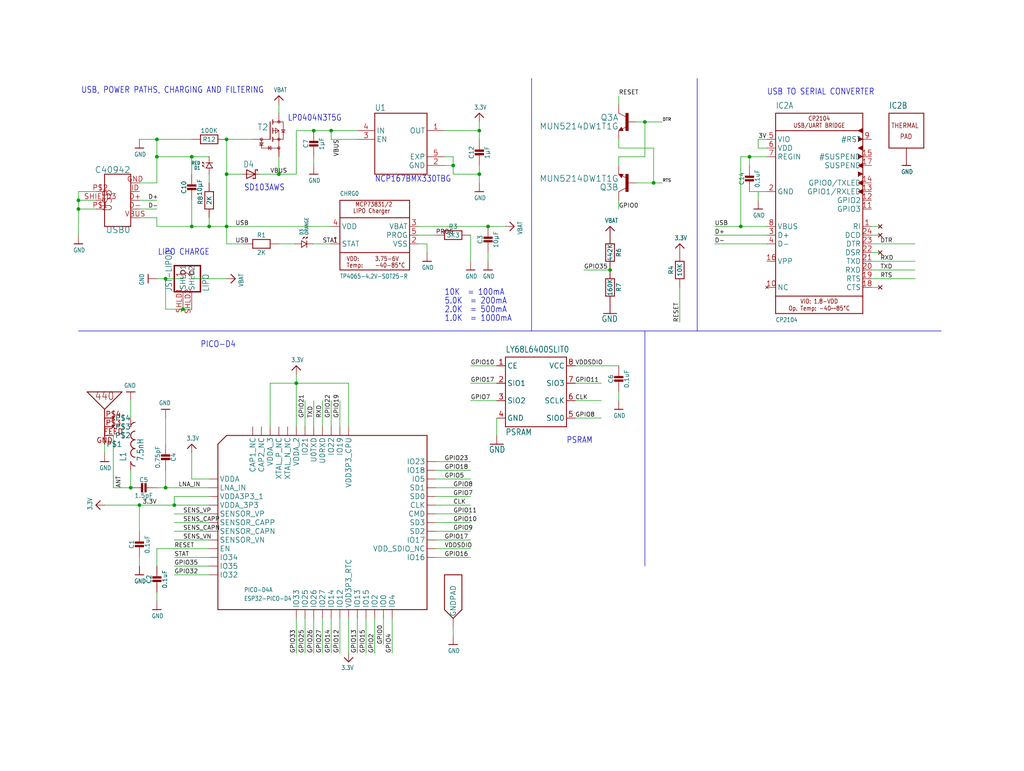
<source format=kicad_sch>
(kicad_sch (version 20250114) (generator "eeschema") (generator_version "9.0")
  (paper "User" 298.45 224.942)
  (lib_symbols
    (symbol "TinyPICO-eagle-import:3.3V" (power)
      (symbol "3.3V_1_0"
        (pin power_in line (at 0 -2.54 90) (length 2.54) (name "3.3V") (number "1"))
      )
    )
    (symbol "TinyPICO-eagle-import:BAT60J"
      (property "Reference" "D" (at -2.286 1.905 0))
      (symbol "BAT60J_1_0"
        (pin passive line (at -2.54 0 0) (length 2.54) (name "A") (number "A"))
        (pin passive line (at 2.54 0 180) (length 2.54) (name "C") (number "C"))
      )
    )
    (symbol "TinyPICO-eagle-import:CAP_CERAMIC_0402MP"
      (property "Reference" "C" (at -2.29 1.25 90))
      (symbol "CAP_CERAMIC_0402MP_1_0"
        (pin passive line (at 0 5.08 270) (length 2.54) (name "1") (number "1"))
        (pin passive line (at 0 -2.54 90) (length 2.54) (name "2") (number "2"))
      )
    )
    (symbol "TinyPICO-eagle-import:CAP_CERAMIC_0603MP"
      (property "Reference" "C" (at -2.29 1.25 90))
      (symbol "CAP_CERAMIC_0603MP_1_0"
        (pin passive line (at 0 5.08 270) (length 2.54) (name "1") (number "1"))
        (pin passive line (at 0 -2.54 90) (length 2.54) (name "2") (number "2"))
      )
    )
    (symbol "TinyPICO-eagle-import:ESP32-PICO-D4"
      (symbol "ESP32-PICO-D4_1_0"
        (pin bidirectional line (at -33.02 12.7 0) (length 2.54) (name "VDDA") (number "1"))
        (pin bidirectional line (at -33.02 10.16 0) (length 2.54) (name "LNA_IN") (number "2"))
        (pin bidirectional line (at -33.02 7.62 0) (length 2.54) (name "VDDA3P3_1") (number "3"))
        (pin bidirectional line (at -33.02 5.08 0) (length 2.54) (name "VDDA_3P3") (number "4"))
        (pin bidirectional line (at -33.02 2.54 0) (length 2.54) (name "SENSOR_VP") (number "5"))
        (pin bidirectional line (at -33.02 0 0) (length 2.54) (name "SENSOR_CAPP") (number "6"))
        (pin power_in line (at -33.02 -2.54 0) (length 2.54) (name "SENSOR_CAPN") (number "7"))
        (pin bidirectional line (at -33.02 -5.08 0) (length 2.54) (name "SENSOR_VN") (number "8"))
        (pin bidirectional line (at -33.02 -7.62 0) (length 2.54) (name "EN") (number "9"))
        (pin bidirectional line (at -33.02 -10.16 0) (length 2.54) (name "IO34") (number "10"))
        (pin bidirectional line (at -33.02 -12.7 0) (length 2.54) (name "IO35") (number "11"))
        (pin bidirectional line (at -33.02 -15.24 0) (length 2.54) (name "IO32") (number "12"))
        (pin bidirectional line (at -20.32 27.94 270) (length 2.54) (name "CAP1_NC") (number "48"))
        (pin bidirectional line (at -17.78 27.94 270) (length 2.54) (name "CAP2_NC") (number "47"))
        (pin bidirectional line (at -15.24 27.94 270) (length 2.54) (name "VDDA_3") (number "46"))
        (pin bidirectional line (at -12.7 27.94 270) (length 2.54) (name "XTAL_P_NC") (number "45"))
        (pin bidirectional line (at -10.16 27.94 270) (length 2.54) (name "XTAL_N_NC") (number "44"))
        (pin bidirectional line (at -7.62 27.94 270) (length 2.54) (name "VDDA_2") (number "43"))
        (pin bidirectional line (at -7.62 -27.94 90) (length 2.54) (name "IO33") (number "13"))
        (pin power_in line (at -5.08 27.94 270) (length 2.54) (name "IO21") (number "42"))
        (pin bidirectional line (at -5.08 -27.94 90) (length 2.54) (name "IO25") (number "14"))
        (pin bidirectional line (at -2.54 27.94 270) (length 2.54) (name "U0TXD") (number "41"))
        (pin bidirectional line (at -2.54 -27.94 90) (length 2.54) (name "IO26") (number "15"))
        (pin bidirectional line (at 0 27.94 270) (length 2.54) (name "U0RXD") (number "40"))
        (pin bidirectional line (at 0 -27.94 90) (length 2.54) (name "IO27") (number "16"))
        (pin bidirectional line (at 2.54 27.94 270) (length 2.54) (name "IO22") (number "39"))
        (pin bidirectional line (at 2.54 -27.94 90) (length 2.54) (name "IO14") (number "17"))
        (pin bidirectional line (at 5.08 27.94 270) (length 2.54) (name "IO19") (number "38"))
        (pin power_in line (at 5.08 -27.94 90) (length 2.54) (name "IO12") (number "18"))
        (pin bidirectional line (at 7.62 27.94 270) (length 2.54) (name "VDD3P3_CPU") (number "37"))
        (pin bidirectional line (at 7.62 -27.94 90) (length 2.54) (name "VDD3P3_RTC") (number "19"))
        (pin bidirectional line (at 10.16 -27.94 90) (length 2.54) (name "IO13") (number "20"))
        (pin bidirectional line (at 12.7 -27.94 90) (length 2.54) (name "IO15") (number "21"))
        (pin bidirectional line (at 15.24 -27.94 90) (length 2.54) (name "IO2") (number "22"))
        (pin bidirectional line (at 17.78 -27.94 90) (length 2.54) (name "IO0") (number "23"))
        (pin bidirectional line (at 20.32 -27.94 90) (length 2.54) (name "IO4") (number "24"))
        (pin bidirectional line (at 33.02 17.78 180) (length 2.54) (name "IO23") (number "36"))
        (pin bidirectional line (at 33.02 15.24 180) (length 2.54) (name "IO18") (number "35"))
        (pin bidirectional line (at 33.02 12.7 180) (length 2.54) (name "IO5") (number "34"))
        (pin bidirectional line (at 33.02 10.16 180) (length 2.54) (name "SD1") (number "33"))
        (pin bidirectional line (at 33.02 7.62 180) (length 2.54) (name "SD0") (number "32"))
        (pin bidirectional line (at 33.02 5.08 180) (length 2.54) (name "CLK") (number "31"))
        (pin bidirectional line (at 33.02 2.54 180) (length 2.54) (name "CMD") (number "30"))
        (pin bidirectional line (at 33.02 0 180) (length 2.54) (name "SD3") (number "29"))
        (pin bidirectional line (at 33.02 -2.54 180) (length 2.54) (name "SD2") (number "28"))
        (pin bidirectional line (at 33.02 -5.08 180) (length 2.54) (name "IO17") (number "27"))
        (pin bidirectional line (at 33.02 -7.62 180) (length 2.54) (name "VDD_SDIO_NC") (number "26"))
        (pin bidirectional line (at 33.02 -10.16 180) (length 2.54) (name "IO16") (number "25"))
      )
      (symbol "ESP32-PICO-D4_2_0"
        (pin power_in line (at 0 -2.54 90) (length 2.54) (name "GNDPAD") (number "EXP"))
      )
    )
    (symbol "TinyPICO-eagle-import:GND" (power)
      (symbol "GND_1_0"
        (pin power_in line (at 0 2.54 270) (length 2.54) (name "GND") (number "1"))
      )
    )
    (symbol "TinyPICO-eagle-import:INDUCTOR_0402_N"
      (symbol "INDUCTOR_0402_N_1_0"
        (pin passive line (at 0 7.62 270) (length 2.54) (name "1") (number "1"))
        (pin passive line (at 0 -7.62 90) (length 2.54) (name "2") (number "2"))
      )
    )
    (symbol "TinyPICO-eagle-import:JST_2PIN"
      (property "Reference" "CN" (at -6.35 5.715 0))
      (symbol "JST_2PIN_1_0"
        (pin bidirectional line (at -11.684 0 0) (length 5.08) (name "SHLD2") (number "SHLD2"))
        (pin bidirectional line (at -11.43 2.54 0) (length 5.08) (name "SHLD1") (number "SHLD1"))
        (pin passive inverted (at -2.54 2.54 0) (length 2.54) (name "1") (number "1"))
        (pin passive inverted (at -2.54 0 0) (length 2.54) (name "2") (number "2"))
      )
    )
    (symbol "TinyPICO-eagle-import:LED.0402"
      (property "Reference" "D" (at -1.27 2.54 90))
      (symbol "LED.0402_1_0"
        (pin bidirectional line (at -2.54 0 0) (length 0) (name "1") (number "P$1"))
        (pin bidirectional line (at 2.54 0 180) (length 0) (name "2") (number "P$2"))
      )
    )
    (symbol "TinyPICO-eagle-import:MBT3904DW1T1"
      (property "Reference" "Q" (at 2.54 1.27 0))
      (symbol "MBT3904DW1T1_1_0"
        (pin passive line (at -2.54 0 0) (length 2.54) (name "B") (number "5"))
        (pin passive line (at 2.54 5.08 270) (length 2.54) (name "C") (number "3"))
        (pin passive line (at 2.54 -5.08 90) (length 2.54) (name "E") (number "4"))
      )
      (symbol "MBT3904DW1T1_2_0"
        (pin passive line (at -2.54 0 0) (length 2.54) (name "B") (number "2"))
        (pin passive line (at 2.54 5.08 270) (length 2.54) (name "C") (number "6"))
        (pin passive line (at 2.54 -5.08 90) (length 2.54) (name "E") (number "1"))
      )
    )
    (symbol "TinyPICO-eagle-import:MCP73831/2"
      (property "Reference" "U" (at -10.16 11.43 0))
      (symbol "MCP73831/2_1_0"
        (text "VDD:" (at -8.255 -7.62 0) (effects (font (size 1.27 1.0795)) (justify left bottom)))
        (text "Temp:" (at -8.255 -9.525 0) (effects (font (size 1.27 1.0795)) (justify left bottom)))
        (text "LIPO Charger" (at -6.35 6.35 0) (effects (font (size 1.27 1.0795)) (justify left bottom)))
        (text "MCP73831/2" (at -5.715 8.255 0) (effects (font (size 1.27 1.0795)) (justify left bottom)))
        (text "3.75-6V" (at 0 -7.62 0) (effects (font (size 1.27 1.0795)) (justify left bottom)))
        (text "-40-85°C" (at 0 -9.525 0) (effects (font (size 1.27 1.0795)) (justify left bottom)))
        (pin power_in line (at -12.7 2.54 0) (length 2.54) (name "VDD") (number "4"))
        (pin output line (at -12.7 -2.54 0) (length 2.54) (name "STAT") (number "1"))
        (pin power_in line (at 12.7 2.54 180) (length 2.54) (name "VBAT") (number "3"))
        (pin input line (at 12.7 0 180) (length 2.54) (name "PROG") (number "5"))
        (pin power_in line (at 12.7 -2.54 180) (length 2.54) (name "VSS") (number "2"))
      )
    )
    (symbol "TinyPICO-eagle-import:MICROBUILDER_CP2104"
      (property "Reference" "U" (at -5.08 6.35 0))
      (symbol "MICROBUILDER_CP2104_1_0"
        (text "CP2104\nUSB/UART BRIDGE" (at 0 25.4 0) (effects (font (size 1.27 1.0795))))
        (text "VIO: 1.8-VDD\nOp. Temp: -40~~85°C" (at 0 -27.94 0) (effects (font (size 1.27 1.0795))))
        (pin power_in line (at -15.24 20.32 0) (length 2.54) (name "VIO") (number "5"))
        (pin power_in line (at -15.24 17.78 0) (length 2.54) (name "VDD") (number "6"))
        (pin power_in line (at -15.24 15.24 0) (length 2.54) (name "REGIN") (number "7"))
        (pin power_in line (at -15.24 5.08 0) (length 2.54) (name "GND") (number "2"))
        (pin power_in line (at -15.24 -5.08 0) (length 2.54) (name "VBUS") (number "8"))
        (pin bidirectional line (at -15.24 -7.62 0) (length 2.54) (name "D+") (number "3"))
        (pin bidirectional line (at -15.24 -10.16 0) (length 2.54) (name "D-") (number "4"))
        (pin bidirectional line (at -15.24 -15.24 0) (length 2.54) (name "VPP") (number "16"))
        (pin no_connect line (at -15.24 -22.86 0) (length 2.54) (name "NC") (number "10"))
        (pin bidirectional line (at 15.24 20.32 180) (length 2.54) (name "#RST") (number "9"))
        (pin output line (at 15.24 15.24 180) (length 2.54) (name "#SUSPEND") (number "15"))
        (pin output line (at 15.24 12.7 180) (length 2.54) (name "SUSPEND") (number "17"))
        (pin bidirectional line (at 15.24 7.62 180) (length 2.54) (name "GPIO0/TXLED") (number "14"))
        (pin bidirectional line (at 15.24 5.08 180) (length 2.54) (name "GPIO1/RXLED") (number "13"))
        (pin bidirectional line (at 15.24 2.54 180) (length 2.54) (name "GPIO2") (number "12"))
        (pin bidirectional line (at 15.24 0 180) (length 2.54) (name "GPIO3") (number "11"))
        (pin input line (at 15.24 -5.08 180) (length 2.54) (name "RI") (number "1"))
        (pin input line (at 15.24 -7.62 180) (length 2.54) (name "DCD") (number "24"))
        (pin output line (at 15.24 -10.16 180) (length 2.54) (name "DTR") (number "23"))
        (pin input line (at 15.24 -12.7 180) (length 2.54) (name "DSR") (number "22"))
        (pin output line (at 15.24 -15.24 180) (length 2.54) (name "TXD") (number "21"))
        (pin input line (at 15.24 -17.78 180) (length 2.54) (name "RXD") (number "20"))
        (pin output line (at 15.24 -20.32 180) (length 2.54) (name "RTS") (number "19"))
        (pin input line (at 15.24 -22.86 180) (length 2.54) (name "CTS") (number "18"))
      )
      (symbol "MICROBUILDER_CP2104_2_0"
        (text "THERMAL" (at -4.445 0.635 0) (effects (font (size 1.4224 1.209)) (justify left bottom)))
        (text "PAD" (at -1.905 -2.54 0) (effects (font (size 1.4224 1.209)) (justify left bottom)))
        (pin power_in line (at 0 -7.62 90) (length 2.54) (name "TP") (number "THERM"))
      )
    )
    (symbol "TinyPICO-eagle-import:NCP170AMX300TCG"
      (property "Reference" "U" (at -7.627 10.8049 0))
      (symbol "NCP170AMX300TCG_1_0"
        (pin input line (at -12.7 5.08 0) (length 5.08) (name "IN") (number "4"))
        (pin input line (at -12.7 2.54 0) (length 5.08) (name "EN") (number "3"))
        (pin output line (at 12.7 5.08 180) (length 5.08) (name "OUT") (number "1"))
        (pin power_in line (at 12.7 -2.54 180) (length 5.08) (name "EXP") (number "5"))
        (pin power_in line (at 12.7 -5.08 180) (length 5.08) (name "GND") (number "2"))
      )
    )
    (symbol "TinyPICO-eagle-import:NOCONNECTION")
    (symbol "TinyPICO-eagle-import:PRO-OB-440"
      (symbol "PRO-OB-440_1_0"
        (text "440" (at 0 0 0) (effects (font (size 2.286 1.9431)) (justify bottom)))
        (pin input line (at 0 -12.7 0) (length 0) (name "P$1") (number "GND"))
        (pin no_connect line (at 2.54 -5.08 0) (length 0) (name "P$4") (number "P$4"))
        (pin no_connect line (at 2.54 -7.62 0) (length 0) (name "P$3") (number "P$3"))
        (pin input line (at 2.54 -10.16 0) (length 0) (name "P$2") (number "FEED"))
      )
    )
    (symbol "TinyPICO-eagle-import:PSRAM"
      (property "Reference" "IC" (at -7.62 11.43 0))
      (symbol "PSRAM_1_0"
        (pin output line (at -10.16 7.62 0) (length 2.54) (name "CE") (number "1"))
        (pin power_in line (at -10.16 2.54 0) (length 2.54) (name "SIO1") (number "2"))
        (pin power_in line (at -10.16 -2.54 0) (length 2.54) (name "SIO2") (number "3"))
        (pin input line (at -10.16 -7.62 0) (length 2.54) (name "GND") (number "4"))
        (pin power_in line (at 12.7 7.62 180) (length 2.54) (name "VCC") (number "8"))
        (pin output line (at 12.7 2.54 180) (length 2.54) (name "SIO3") (number "7"))
        (pin passive line (at 12.7 -2.54 180) (length 2.54) (name "SCLK") (number "6"))
        (pin input line (at 12.7 -7.62 180) (length 2.54) (name "SIO0") (number "5"))
      )
    )
    (symbol "TinyPICO-eagle-import:RESISTOR_0402MP"
      (property "Reference" "R" (at -2.54 2.032 0))
      (symbol "RESISTOR_0402MP_1_0"
        (pin passive line (at -5.08 0 0) (length 2.54) (name "1") (number "1"))
        (pin passive line (at 5.08 0 180) (length 2.54) (name "2") (number "2"))
      )
    )
    (symbol "TinyPICO-eagle-import:TINYPICO-P-FETMB"
      (property "Reference" "T" (at -13.97 5.08 0))
      (symbol "TINYPICO-P-FETMB_1_0"
        (pin passive line (at -7.62 0 0) (length 2.54) (name "G") (number "1"))
        (pin passive line (at 0 7.62 270) (length 2.54) (name "D") (number "3"))
        (pin passive line (at 0 -5.08 90) (length 2.54) (name "S") (number "2"))
      )
    )
    (symbol "TinyPICO-eagle-import:TINYPICO_USB_FEMALE-SMT"
      (property "Reference" "J" (at -2.54 7.62 0))
      (symbol "TINYPICO_USB_FEMALE-SMT_1_0"
        (text "USB" (at 2.794 -3.302 900) (effects (font (size 2.54 2.159)) (justify left bottom)))
        (pin power_in line (at -5.08 5.08 0) (length 2.54) (name "VBUS") (number "VBUS"))
        (pin bidirectional line (at -5.08 2.54 0) (length 2.54) (name "D-") (number "D-"))
        (pin bidirectional line (at -5.08 0 0) (length 2.54) (name "D+") (number "D+"))
        (pin bidirectional line (at -5.08 -2.54 0) (length 2.54) (name "ID") (number "ID"))
        (pin power_in line (at -5.08 -5.08 0) (length 2.54) (name "GND") (number "GND"))
        (pin bidirectional line (at 7.62 2.54 180) (length 2.54) (name "SHIELD1") (number "P$1"))
        (pin bidirectional line (at 7.62 0 180) (length 2.54) (name "SHIELD") (number "SHIELD3"))
        (pin bidirectional line (at 7.62 -2.54 180) (length 2.54) (name "SHIELD2") (number "P$2"))
      )
    )
    (symbol "TinyPICO-eagle-import:VBAT" (power)
      (symbol "VBAT_1_0"
        (pin power_in line (at 0 -2.54 90) (length 2.54) (name "VBAT") (number "1"))
      )
    )
    (symbol "TinyPICO-eagle-import:supply1_GND" (power)
      (symbol "supply1_GND_1_0"
        (pin power_in line (at 0 2.54 270) (length 2.54) (name "GND") (number "1"))
      )
    )
  )
  (text "10K  = 100mA" (at 129.54 86.36 0) (effects (font (size 1.778 1.5113)) (justify left bottom)))
  (text "5.0K  = 200mA" (at 129.54 88.9 0) (effects (font (size 1.778 1.5113)) (justify left bottom)))
  (text "PICO-D4" (at 58.42 101.6 0) (effects (font (size 1.778 1.5113)) (justify left bottom)))
  (text "NCP167BMX330TBG" (at 109.22 53.34 0) (effects (font (size 1.778 1.5113)) (justify left bottom)))
  (text "PSRAM" (at 165.1 129.54 0) (effects (font (size 1.778 1.5113)) (justify left bottom)))
  (text "USB TO SERIAL CONVERTER" (at 223.52 27.94 0) (effects (font (size 1.778 1.5113)) (justify left bottom)))
  (text "1.0K  = 1000mA" (at 129.54 93.98 0) (effects (font (size 1.778 1.5113)) (justify left bottom)))
  (text "SD103AWS" (at 71.12 55.88 0) (effects (font (size 1.778 1.5113)) (justify left bottom)))
  (text "LIPO CHARGE" (at 45.974 74.676 0) (effects (font (size 1.778 1.5113)) (justify left bottom)))
  (text "LP0404N3T5G" (at 83.82 35.56 0) (effects (font (size 1.778 1.5113)) (justify left bottom)))
  (text "2.0K  = 500mA" (at 129.54 91.44 0) (effects (font (size 1.778 1.5113)) (justify left bottom)))
  (text "USB, POWER PATHS, CHARGING AND FILTERING" (at 23.622 27.432 0) (effects (font (size 1.778 1.5113)) (justify left bottom)))
  (junction (at 22.86 60.96))
  (junction (at 218.44 45.72))
  (junction (at 190.5 53.34))
  (junction (at 40.64 147.32))
  (junction (at 22.86 58.42))
  (junction (at 215.9 66.04))
  (junction (at 91.44 38.1))
  (junction (at 53.34 90.17))
  (junction (at 139.7 50.8))
  (junction (at 139.7 38.1))
  (junction (at 177.8 78.74))
  (junction (at 48.26 81.28))
  (junction (at 60.96 66.04))
  (junction (at 55.88 45.72))
  (junction (at 187.96 35.56))
  (junction (at 142.24 66.04))
  (junction (at 66.04 66.04))
  (junction (at 55.88 66.04))
  (junction (at 50.8 147.32))
  (junction (at 96.52 38.1))
  (junction (at 66.04 50.8))
  (junction (at 86.36 111.76))
  (junction (at 81.28 50.8))
  (junction (at 48.26 142.24))
  (junction (at 38.1 142.24))
  (junction (at 45.72 45.72))
  (junction (at 66.04 40.64))
  (junction (at 45.72 40.64))
  (junction (at 132.08 48.26))
  (wire (pts (xy 91.44 45.72) (xy 91.44 48.26)) (stroke (width 0.1524)))
  (wire (pts (xy 198.12 83.82) (xy 198.12 93.98)) (stroke (width 0.1524)))
  (wire (pts (xy 55.88 139.7) (xy 60.96 139.7)) (stroke (width 0.1524)))
  (wire (pts (xy 215.9 66.04) (xy 215.9 45.72)) (stroke (width 0.1524)))
  (wire (pts (xy 60.96 160.02) (xy 45.72 160.02)) (stroke (width 0.1524)))
  (wire (pts (xy 266.7 81.28) (xy 254 81.28)) (stroke (width 0.1524)))
  (wire (pts (xy 187.96 35.56) (xy 193.04 35.56)) (stroke (width 0.1524)))
  (wire (pts (xy 144.78 111.76) (xy 137.16 111.76)) (stroke (width 0.1524)))
  (polyline (pts (xy 187.96 96.52) (xy 203.2 96.52)) (stroke (width 0.1524) (type solid)))
  (wire (pts (xy 78.74 124.46) (xy 78.74 111.76)) (stroke (width 0.1524)))
  (wire (pts (xy 190.5 53.34) (xy 193.04 53.34)) (stroke (width 0.1524)))
  (wire (pts (xy 99.06 124.46) (xy 99.06 116.84)) (stroke (width 0.1524)))
  (wire (pts (xy 48.26 81.28) (xy 48.26 90.17)) (stroke (width 0.1524)))
  (wire (pts (xy 45.72 45.72) (xy 45.72 40.64)) (stroke (width 0.1524)))
  (wire (pts (xy 104.14 180.34) (xy 104.14 190.5)) (stroke (width 0.1524)))
  (wire (pts (xy 147.32 66.04) (xy 142.24 66.04)) (stroke (width 0.1524)))
  (wire (pts (xy 254 68.58) (xy 256.54 68.58)) (stroke (width 0.1524)))
  (wire (pts (xy 101.6 180.34) (xy 101.6 190.5)) (stroke (width 0.1524)))
  (wire (pts (xy 86.36 38.1) (xy 91.44 38.1)) (stroke (width 0.1524)))
  (wire (pts (xy 96.52 38.1) (xy 96.52 40.64)) (stroke (width 0.1524)))
  (wire (pts (xy 48.26 90.17) (xy 53.34 90.17)) (stroke (width 0.1524)))
  (wire (pts (xy 45.72 40.64) (xy 40.64 40.64)) (stroke (width 0.1524)))
  (wire (pts (xy 223.52 43.18) (xy 220.98 43.18)) (stroke (width 0.1524)))
  (wire (pts (xy 223.52 55.88) (xy 220.98 55.88)) (stroke (width 0.1524)))
  (wire (pts (xy 215.9 66.04) (xy 208.28 66.04)) (stroke (width 0.1524)))
  (wire (pts (xy 139.7 40.64) (xy 139.7 38.1)) (stroke (width 0.1524)))
  (wire (pts (xy 22.86 60.96) (xy 27.94 60.96)) (stroke (width 0.1524)))
  (wire (pts (xy 60.96 142.24) (xy 48.26 142.24)) (stroke (width 0.1524)))
  (wire (pts (xy 254 71.12) (xy 266.7 71.12)) (stroke (width 0.1524)))
  (wire (pts (xy 91.44 180.34) (xy 91.44 190.5)) (stroke (width 0.1524)))
  (wire (pts (xy 40.64 53.34) (xy 45.72 53.34)) (stroke (width 0.1524)))
  (wire (pts (xy 96.52 38.1) (xy 104.14 38.1)) (stroke (width 0.1524)))
  (wire (pts (xy 40.64 162.56) (xy 40.64 165.1)) (stroke (width 0.1524)))
  (wire (pts (xy 81.28 33.02) (xy 81.28 30.48)) (stroke (width 0.1524)))
  (wire (pts (xy 144.78 116.84) (xy 137.16 116.84)) (stroke (width 0.1524)))
  (wire (pts (xy 22.86 60.96) (xy 22.86 68.58)) (stroke (width 0.1524)))
  (wire (pts (xy 66.04 40.64) (xy 66.04 50.8)) (stroke (width 0.1524)))
  (wire (pts (xy 86.36 111.76) (xy 86.36 109.22)) (stroke (width 0.1524)))
  (wire (pts (xy 88.9 124.46) (xy 88.9 116.84)) (stroke (width 0.1524)))
  (wire (pts (xy 129.54 38.1) (xy 139.7 38.1)) (stroke (width 0.1524)))
  (wire (pts (xy 60.96 152.4) (xy 50.8 152.4)) (stroke (width 0.1524)))
  (wire (pts (xy 132.08 182.88) (xy 132.08 185.42)) (stroke (width 0.1524)))
  (wire (pts (xy 66.04 71.12) (xy 66.04 66.04)) (stroke (width 0.1524)))
  (polyline (pts (xy 274.32 96.52) (xy 203.2 96.52)) (stroke (width 0.1524) (type solid)))
  (wire (pts (xy 144.78 121.92) (xy 144.78 127)) (stroke (width 0.1524)))
  (wire (pts (xy 139.7 50.8) (xy 139.7 53.34)) (stroke (width 0.1524)))
  (wire (pts (xy 48.26 142.24) (xy 45.72 142.24)) (stroke (width 0.1524)))
  (wire (pts (xy 81.28 50.8) (xy 86.36 50.8)) (stroke (width 0.1524)))
  (wire (pts (xy 40.64 63.5) (xy 45.72 63.5)) (stroke (width 0.1524)))
  (wire (pts (xy 208.28 71.12) (xy 223.52 71.12)) (stroke (width 0.1524)))
  (polyline (pts (xy 154.94 96.52) (xy 187.96 96.52)) (stroke (width 0.1524) (type solid)))
  (wire (pts (xy 180.34 114.3) (xy 180.34 116.84)) (stroke (width 0.1524)))
  (wire (pts (xy 114.3 180.34) (xy 114.3 190.5)) (stroke (width 0.1524)))
  (wire (pts (xy 38.1 121.92) (xy 38.1 116.84)) (stroke (width 0.1524)))
  (wire (pts (xy 78.74 111.76) (xy 86.36 111.76)) (stroke (width 0.1524)))
  (wire (pts (xy 60.96 66.04) (xy 66.04 66.04)) (stroke (width 0.1524)))
  (wire (pts (xy 111.76 180.34) (xy 111.76 187.96)) (stroke (width 0.1524)))
  (wire (pts (xy 55.88 66.04) (xy 60.96 66.04)) (stroke (width 0.1524)))
  (wire (pts (xy 109.22 180.34) (xy 109.22 190.5)) (stroke (width 0.1524)))
  (polyline (pts (xy 187.96 165.1) (xy 187.96 96.52)) (stroke (width 0.1524) (type solid)))
  (wire (pts (xy 167.64 106.68) (xy 180.34 106.68)) (stroke (width 0.1524)))
  (wire (pts (xy 139.7 48.26) (xy 139.7 50.8)) (stroke (width 0.1524)))
  (wire (pts (xy 81.28 50.8) (xy 81.28 45.72)) (stroke (width 0.1524)))
  (wire (pts (xy 45.72 172.72) (xy 45.72 175.26)) (stroke (width 0.1524)))
  (wire (pts (xy 70.612 50.8) (xy 66.04 50.8)) (stroke (width 0.1524)))
  (wire (pts (xy 66.04 81.28) (xy 55.88 81.28)) (stroke (width 0.1524)))
  (wire (pts (xy 220.98 55.88) (xy 220.98 58.42)) (stroke (width 0.1524)))
  (wire (pts (xy 40.64 154.94) (xy 40.64 147.32)) (stroke (width 0.1524)))
  (wire (pts (xy 55.88 45.72) (xy 60.96 45.72)) (stroke (width 0.1524)))
  (wire (pts (xy 180.34 30.48) (xy 180.34 27.94)) (stroke (width 0.1524)))
  (wire (pts (xy 60.96 162.56) (xy 50.8 162.56)) (stroke (width 0.1524)))
  (wire (pts (xy 127 157.48) (xy 137.16 157.48)) (stroke (width 0.1524)))
  (wire (pts (xy 215.9 45.72) (xy 218.44 45.72)) (stroke (width 0.1524)))
  (wire (pts (xy 55.88 90.17) (xy 55.88 90.424)) (stroke (width 0.1524)))
  (wire (pts (xy 66.04 66.04) (xy 96.52 66.04)) (stroke (width 0.1524)))
  (wire (pts (xy 127 160.02) (xy 137.16 160.02)) (stroke (width 0.1524)))
  (wire (pts (xy 223.52 40.64) (xy 220.98 40.64)) (stroke (width 0.1524)))
  (wire (pts (xy 101.6 124.46) (xy 101.6 111.76)) (stroke (width 0.1524)))
  (wire (pts (xy 167.64 116.84) (xy 175.26 116.84)) (stroke (width 0.1524)))
  (wire (pts (xy 167.64 111.76) (xy 175.26 111.76)) (stroke (width 0.1524)))
  (wire (pts (xy 45.72 63.5) (xy 45.72 66.04)) (stroke (width 0.1524)))
  (wire (pts (xy 66.04 71.12) (xy 71.12 71.12)) (stroke (width 0.1524)))
  (wire (pts (xy 81.28 71.12) (xy 86.106 71.12)) (stroke (width 0.1524)))
  (wire (pts (xy 91.186 71.12) (xy 96.52 71.12)) (stroke (width 0.1524)))
  (wire (pts (xy 96.52 180.34) (xy 96.52 190.5)) (stroke (width 0.1524)))
  (wire (pts (xy 60.96 154.94) (xy 50.8 154.94)) (stroke (width 0.1524)))
  (wire (pts (xy 86.36 180.34) (xy 86.36 190.5)) (stroke (width 0.1524)))
  (wire (pts (xy 60.96 157.48) (xy 50.8 157.48)) (stroke (width 0.1524)))
  (wire (pts (xy 104.14 40.64) (xy 96.52 40.64)) (stroke (width 0.1524)))
  (wire (pts (xy 60.96 53.34) (xy 60.96 50.8)) (stroke (width 0.1524)))
  (wire (pts (xy 127 149.86) (xy 137.16 149.86)) (stroke (width 0.1524)))
  (wire (pts (xy 91.44 124.46) (xy 91.44 116.84)) (stroke (width 0.1524)))
  (wire (pts (xy 86.36 124.46) (xy 86.36 111.76)) (stroke (width 0.1524)))
  (wire (pts (xy 220.98 40.64) (xy 220.98 43.18)) (stroke (width 0.1524)))
  (wire (pts (xy 266.7 78.74) (xy 254 78.74)) (stroke (width 0.1524)))
  (wire (pts (xy 60.96 167.64) (xy 50.8 167.64)) (stroke (width 0.1524)))
  (wire (pts (xy 190.5 43.18) (xy 180.34 43.18)) (stroke (width 0.1524)))
  (wire (pts (xy 88.9 180.34) (xy 88.9 190.5)) (stroke (width 0.1524)))
  (wire (pts (xy 50.8 144.78) (xy 50.8 147.32)) (stroke (width 0.1524)))
  (wire (pts (xy 180.34 45.72) (xy 187.96 45.72)) (stroke (width 0.1524)))
  (wire (pts (xy 48.26 81.28) (xy 53.34 81.28)) (stroke (width 0.1524)))
  (wire (pts (xy 180.34 48.26) (xy 180.34 45.72)) (stroke (width 0.1524)))
  (wire (pts (xy 180.34 43.18) (xy 180.34 40.64)) (stroke (width 0.1524)))
  (wire (pts (xy 60.96 149.86) (xy 50.8 149.86)) (stroke (width 0.1524)))
  (wire (pts (xy 218.44 55.88) (xy 220.98 55.88)) (stroke (width 0.1524)))
  (wire (pts (xy 27.94 55.88) (xy 22.86 55.88)) (stroke (width 0.1524)))
  (wire (pts (xy 55.88 40.64) (xy 45.72 40.64)) (stroke (width 0.1524)))
  (wire (pts (xy 190.5 53.34) (xy 190.5 43.18)) (stroke (width 0.1524)))
  (wire (pts (xy 254 76.2) (xy 266.7 76.2)) (stroke (width 0.1524)))
  (wire (pts (xy 22.86 58.42) (xy 27.94 58.42)) (stroke (width 0.1524)))
  (wire (pts (xy 45.72 53.34) (xy 45.72 45.72)) (stroke (width 0.1524)))
  (polyline (pts (xy 203.2 96.52) (xy 203.2 22.86)) (stroke (width 0.1524) (type solid)))
  (wire (pts (xy 132.08 48.26) (xy 132.08 50.8)) (stroke (width 0.1524)))
  (wire (pts (xy 139.7 38.1) (xy 139.7 35.56)) (stroke (width 0.1524)))
  (wire (pts (xy 223.52 68.58) (xy 208.28 68.58)) (stroke (width 0.1524)))
  (wire (pts (xy 144.78 106.68) (xy 137.16 106.68)) (stroke (width 0.1524)))
  (wire (pts (xy 48.26 137.16) (xy 48.26 142.24)) (stroke (width 0.1524)))
  (wire (pts (xy 127 139.7) (xy 137.16 139.7)) (stroke (width 0.1524)))
  (wire (pts (xy 254 73.66) (xy 256.54 73.66)) (stroke (width 0.1524)))
  (wire (pts (xy 99.06 180.34) (xy 99.06 190.5)) (stroke (width 0.1524)))
  (wire (pts (xy 124.46 71.12) (xy 124.46 73.66)) (stroke (width 0.1524)))
  (wire (pts (xy 60.96 144.78) (xy 50.8 144.78)) (stroke (width 0.1524)))
  (wire (pts (xy 40.64 60.96) (xy 45.72 60.96)) (stroke (width 0.1524)))
  (wire (pts (xy 50.8 147.32) (xy 40.64 147.32)) (stroke (width 0.1524)))
  (wire (pts (xy 33.02 127) (xy 33.02 142.24)) (stroke (width 0.1524)))
  (wire (pts (xy 129.54 45.72) (xy 132.08 45.72)) (stroke (width 0.1524)))
  (wire (pts (xy 177.8 78.74) (xy 170.18 78.74)) (stroke (width 0.1524)))
  (wire (pts (xy 121.92 71.12) (xy 124.46 71.12)) (stroke (width 0.1524)))
  (wire (pts (xy 48.26 129.54) (xy 48.26 121.92)) (stroke (width 0.1524)))
  (wire (pts (xy 180.34 60.96) (xy 180.34 58.42)) (stroke (width 0.1524)))
  (wire (pts (xy 185.42 53.34) (xy 190.5 53.34)) (stroke (width 0.1524)))
  (wire (pts (xy 127 134.62) (xy 137.16 134.62)) (stroke (width 0.1524)))
  (wire (pts (xy 187.96 35.56) (xy 185.42 35.56)) (stroke (width 0.1524)))
  (wire (pts (xy 60.96 165.1) (xy 50.8 165.1)) (stroke (width 0.1524)))
  (wire (pts (xy 127 137.16) (xy 137.16 137.16)) (stroke (width 0.1524)))
  (wire (pts (xy 127 142.24) (xy 137.16 142.24)) (stroke (width 0.1524)))
  (wire (pts (xy 106.68 180.34) (xy 106.68 190.5)) (stroke (width 0.1524)))
  (wire (pts (xy 53.34 90.17) (xy 55.88 90.17)) (stroke (width 0.1524)))
  (wire (pts (xy 127 154.94) (xy 137.16 154.94)) (stroke (width 0.1524)))
  (wire (pts (xy 22.86 55.88) (xy 22.86 58.42)) (stroke (width 0.1524)))
  (wire (pts (xy 45.72 66.04) (xy 55.88 66.04)) (stroke (width 0.1524)))
  (wire (pts (xy 223.52 45.72) (xy 218.44 45.72)) (stroke (width 0.1524)))
  (polyline (pts (xy 154.94 96.52) (xy 154.94 22.86)) (stroke (width 0.1524) (type solid)))
  (wire (pts (xy 93.98 124.46) (xy 93.98 116.84)) (stroke (width 0.1524)))
  (wire (pts (xy 38.1 142.24) (xy 33.02 142.24)) (stroke (width 0.1524)))
  (wire (pts (xy 137.16 68.58) (xy 137.16 76.2)) (stroke (width 0.1524)))
  (wire (pts (xy 127 147.32) (xy 137.16 147.32)) (stroke (width 0.1524)))
  (wire (pts (xy 167.64 121.92) (xy 175.26 121.92)) (stroke (width 0.1524)))
  (wire (pts (xy 132.08 48.26) (xy 129.54 48.26)) (stroke (width 0.1524)))
  (wire (pts (xy 127 162.56) (xy 137.16 162.56)) (stroke (width 0.1524)))
  (wire (pts (xy 254 83.82) (xy 256.54 83.82)) (stroke (width 0.1524)))
  (wire (pts (xy 40.64 147.32) (xy 30.48 147.32)) (stroke (width 0.1524)))
  (wire (pts (xy 86.36 50.8) (xy 86.36 38.1)) (stroke (width 0.1524)))
  (wire (pts (xy 93.98 180.34) (xy 93.98 190.5)) (stroke (width 0.1524)))
  (wire (pts (xy 45.72 165.1) (xy 45.72 160.02)) (stroke (width 0.1524)))
  (wire (pts (xy 91.44 38.1) (xy 96.52 38.1)) (stroke (width 0.1524)))
  (wire (pts (xy 127 152.4) (xy 137.16 152.4)) (stroke (width 0.1524)))
  (wire (pts (xy 127 144.78) (xy 137.16 144.78)) (stroke (width 0.1524)))
  (wire (pts (xy 121.92 68.58) (xy 127 68.58)) (stroke (width 0.1524)))
  (wire (pts (xy 60.96 147.32) (xy 50.8 147.32)) (stroke (width 0.1524)))
  (wire (pts (xy 75.692 50.8) (xy 81.28 50.8)) (stroke (width 0.1524)))
  (polyline (pts (xy 22.86 96.52) (xy 154.94 96.52)) (stroke (width 0.1524) (type solid)))
  (wire (pts (xy 38.1 137.16) (xy 38.1 142.24)) (stroke (width 0.1524)))
  (wire (pts (xy 187.96 45.72) (xy 187.96 35.56)) (stroke (width 0.1524)))
  (wire (pts (xy 40.64 58.42) (xy 45.72 58.42)) (stroke (width 0.1524)))
  (wire (pts (xy 142.24 73.66) (xy 142.24 76.2)) (stroke (width 0.1524)))
  (wire (pts (xy 223.52 66.04) (xy 215.9 66.04)) (stroke (width 0.1524)))
  (wire (pts (xy 96.52 124.46) (xy 96.52 116.84)) (stroke (width 0.1524)))
  (wire (pts (xy 60.96 63.5) (xy 60.96 66.04)) (stroke (width 0.1524)))
  (wire (pts (xy 132.08 50.8) (xy 139.7 50.8)) (stroke (width 0.1524)))
  (wire (pts (xy 45.72 81.28) (xy 48.26 81.28)) (stroke (width 0.1524)))
  (wire (pts (xy 132.08 45.72) (xy 132.08 48.26)) (stroke (width 0.1524)))
  (wire (pts (xy 142.24 66.04) (xy 121.92 66.04)) (stroke (width 0.1524)))
  (wire (pts (xy 22.86 58.42) (xy 22.86 60.96)) (stroke (width 0.1524)))
  (wire (pts (xy 55.88 132.08) (xy 55.88 139.7)) (stroke (width 0.1524)))
  (wire (pts (xy 55.88 50.8) (xy 55.88 45.72)) (stroke (width 0.1524)))
  (wire (pts (xy 86.36 111.76) (xy 101.6 111.76)) (stroke (width 0.1524)))
  (wire (pts (xy 66.04 66.04) (xy 66.04 50.8)) (stroke (width 0.1524)))
  (wire (pts (xy 55.88 58.42) (xy 55.88 66.04)) (stroke (width 0.1524)))
  (wire (pts (xy 30.48 129.54) (xy 30.48 132.08)) (stroke (width 0.1524)))
  (wire (pts (xy 66.04 40.64) (xy 73.66 40.64)) (stroke (width 0.1524)))
  (wire (pts (xy 254 66.04) (xy 256.54 66.04)) (stroke (width 0.1524)))
  (wire (pts (xy 218.44 45.72) (xy 218.44 48.26)) (stroke (width 0.1524)))
  (wire (pts (xy 45.72 45.72) (xy 55.88 45.72)) (stroke (width 0.1524)))
  (label "DTR" (at 193.04 35.56 0) (effects (font (size 0.889 0.889))))
  (label "D-" (at 43.18 60.96 0) (effects (font (size 1.2446 1.2446))))
  (label "RESET" (at 50.8 160.02 0) (effects (font (size 1.2446 1.2446))))
  (label "SENS_VN" (at 53.34 157.48 0) (effects (font (size 1.2446 1.2446))))
  (label "SENS_CAPP" (at 53.34 152.4 0) (effects (font (size 1.2446 1.2446))))
  (label "TXD" (at 91.44 121.92 90) (effects (font (size 1.2446 1.2446))))
  (label "GPIO22" (at 96.52 121.92 90) (effects (font (size 1.2446 1.2446))))
  (label "3V" (at 220.98 40.64 0) (effects (font (size 1.2446 1.2446))))
  (label "GPIO10" (at 132.08 152.4 0) (effects (font (size 1.2446 1.2446))))
  (label "3.3V" (at 45.72 147.32 180) (effects (font (size 1.2446 1.2446))))
  (label "RXD" (at 256.54 76.2 0) (effects (font (size 1.2446 1.2446))))
  (label "GPIO15" (at 106.68 190.5 90) (effects (font (size 1.2446 1.2446))))
  (label "GPIO8" (at 132.08 142.24 0) (effects (font (size 1.2446 1.2446))))
  (label "GPIO7" (at 132.08 144.78 0) (effects (font (size 1.2446 1.2446))))
  (label "GPIO0" (at 111.76 187.96 90) (effects (font (size 1.2446 1.2446))))
  (label "GPIO35" (at 170.18 78.74 0) (effects (font (size 1.2446 1.2446))))
  (label "GPIO2" (at 109.22 190.5 90) (effects (font (size 1.2446 1.2446))))
  (label "VDDSDIO" (at 167.64 106.68 0) (effects (font (size 1.2446 1.2446))))
  (label "D+" (at 43.18 58.42 0) (effects (font (size 1.2446 1.2446))))
  (label "GPIO25" (at 88.9 190.5 90) (effects (font (size 1.2446 1.2446))))
  (label "VBUS" (at 78.74 50.8 0) (effects (font (size 1.2446 1.2446))))
  (label "STAT" (at 50.8 162.56 0) (effects (font (size 1.2446 1.2446))))
  (label "SENS_CAPN" (at 53.34 154.94 0) (effects (font (size 1.2446 1.2446))))
  (label "DTR" (at 256.54 71.12 0) (effects (font (size 1.2446 1.2446))))
  (label "ANT" (at 35.56 142.24 90) (effects (font (size 1.2446 1.2446))))
  (label "GPIO32" (at 50.8 167.64 0) (effects (font (size 1.2446 1.2446))))
  (label "GPIO16" (at 129.54 162.56 0) (effects (font (size 1.2446 1.2446))))
  (label "GPIO8" (at 167.64 121.92 0) (effects (font (size 1.2446 1.2446))))
  (label "RESET" (at 180.34 27.94 0) (effects (font (size 1.2446 1.2446))))
  (label "GPIO7" (at 137.16 116.84 0) (effects (font (size 1.2446 1.2446))))
  (label "RTS" (at 193.04 53.34 0) (effects (font (size 0.889 0.889))))
  (label "GPIO21" (at 88.9 121.92 90) (effects (font (size 1.2446 1.2446))))
  (label "CLK" (at 167.64 116.84 0) (effects (font (size 1.2446 1.2446))))
  (label "GPIO12" (at 99.06 190.5 90) (effects (font (size 1.2446 1.2446))))
  (label "GPIO26" (at 91.44 190.5 90) (effects (font (size 1.2446 1.2446))))
  (label "CLK" (at 132.08 147.32 0) (effects (font (size 1.2446 1.2446))))
  (label "VDDSDIO" (at 129.54 160.02 0) (effects (font (size 1.2446 1.2446))))
  (label "D+" (at 208.28 68.58 0) (effects (font (size 1.2446 1.2446))))
  (label "RESET" (at 198.12 93.98 90) (effects (font (size 1.2446 1.2446))))
  (label "GPIO13" (at 104.14 190.5 90) (effects (font (size 1.2446 1.2446))))
  (label "GPIO4" (at 114.3 190.5 90) (effects (font (size 1.2446 1.2446))))
  (label "GPIO17" (at 137.16 111.76 0) (effects (font (size 1.2446 1.2446))))
  (label "STAT" (at 93.98 71.12 0) (effects (font (size 1.2446 1.2446))))
  (label "SENS_VP" (at 53.34 149.86 0) (effects (font (size 1.2446 1.2446))))
  (label "GPIO19" (at 99.06 121.92 90) (effects (font (size 1.2446 1.2446))))
  (label "GPIO23" (at 129.54 134.62 0) (effects (font (size 1.2446 1.2446))))
  (label "LNA_IN" (at 58.42 142.24 180) (effects (font (size 1.2446 1.2446))))
  (label "GPIO9" (at 132.08 154.94 0) (effects (font (size 1.2446 1.2446))))
  (label "RXD" (at 93.98 121.92 90) (effects (font (size 1.2446 1.2446))))
  (label "TXD" (at 256.54 78.74 0) (effects (font (size 1.2446 1.2446))))
  (label "GPIO33" (at 86.36 190.5 90) (effects (font (size 1.2446 1.2446))))
  (label "GPIO0" (at 180.34 60.96 0) (effects (font (size 1.2446 1.2446))))
  (label "PROG" (at 127 68.58 0) (effects (font (size 1.2446 1.2446))))
  (label "GPIO11" (at 167.64 111.76 0) (effects (font (size 1.2446 1.2446))))
  (label "GPIO14" (at 96.52 190.5 90) (effects (font (size 1.2446 1.2446))))
  (label "GPIO11" (at 132.08 149.86 0) (effects (font (size 1.2446 1.2446))))
  (label "USB" (at 68.58 66.04 0) (effects (font (size 1.2446 1.2446))))
  (label "GPIO27" (at 93.98 190.5 90) (effects (font (size 1.2446 1.2446))))
  (label "GPIO10" (at 137.16 106.68 0) (effects (font (size 1.2446 1.2446))))
  (label "GPIO17" (at 129.54 157.48 0) (effects (font (size 1.2446 1.2446))))
  (label "D-" (at 208.28 71.12 0) (effects (font (size 1.2446 1.2446))))
  (label "VBUS" (at 99.06 40.64 270) (effects (font (size 1.2446 1.2446))))
  (label "USB" (at 68.58 71.12 0) (effects (font (size 1.2446 1.2446))))
  (label "GPIO35" (at 50.8 165.1 0) (effects (font (size 1.2446 1.2446))))
  (label "GPIO5" (at 129.54 139.7 0) (effects (font (size 1.2446 1.2446))))
  (label "RTS" (at 256.54 81.28 0) (effects (font (size 1.2446 1.2446))))
  (label "USB" (at 208.28 66.04 0) (effects (font (size 1.2446 1.2446))))
  (label "GPIO18" (at 129.54 137.16 0) (effects (font (size 1.2446 1.2446))))
  (symbol (lib_id "TinyPICO-eagle-import:CAP_CERAMIC_0402MP") (at 48.26 132.08 180) (unit 1)
    (property "Reference" "C4" (at 50.55 133.33 90))
    (property "Value" "0.75pF" (at 45.96 133.33 90))
    (property "Footprint" "TinyPICO:_0402MP" (effects (hide yes)))
  )
  (symbol (lib_id "TinyPICO-eagle-import:LED.0402") (at 88.646 71.12 0) (unit 1)
    (property "Reference" "D3" (at 87.376 68.58 90) (effects (font (size 1.016 0.8636)) (justify left top)))
    (property "Value" "ORANGE" (at 89.916 68.58 90) (effects (font (size 1.016 0.8636)) (justify left bottom)))
    (property "Footprint" "TinyPICO:0402.LED" (effects (hide yes)))
  )
  (symbol (lib_id "TinyPICO-eagle-import:TINYPICO-P-FETMB") (at 81.28 40.64 0) (unit 1)
    (property "Reference" "T2" (at 74.93 38.1 0) (effects (font (size 1.778 1.778)) (justify left bottom)))
    (property "Value" "TINYPICO-P-FETMB" (effects (hide yes)))
    (property "Footprint" "TinyPICO:SOT883(B)" (effects (hide yes)))
  )
  (symbol (lib_id "TinyPICO-eagle-import:CAP_CERAMIC_0402MP") (at 139.7 45.72 0) (unit 1)
    (property "Reference" "C12" (at 137.41 44.47 90))
    (property "Value" "1µF" (at 142 44.47 90))
    (property "Footprint" "TinyPICO:_0402MP" (effects (hide yes)))
  )
  (symbol (lib_id "TinyPICO-eagle-import:GND") (at 43.18 81.28 270) (unit 1)
    (property "Reference" "#U$22" (effects (hide yes)))
    (property "Value" "GND" (at 40.64 79.756 0) (effects (font (size 1.27 1.0795)) (justify left bottom)))
  )
  (symbol (lib_id "TinyPICO-eagle-import:3.3V") (at 198.12 71.12 0) (unit 1)
    (property "Reference" "#U$5" (effects (hide yes)))
    (property "Value" "3.3V" (at 196.596 70.104 0) (effects (font (size 1.27 1.0795)) (justify left bottom)))
  )
  (symbol (lib_id "TinyPICO-eagle-import:GND") (at 180.34 119.38 0) (unit 1)
    (property "Reference" "#U$17" (effects (hide yes)))
    (property "Value" "GND" (at 178.816 121.92 0) (effects (font (size 1.27 1.0795)) (justify left bottom)))
  )
  (symbol (lib_id "TinyPICO-eagle-import:RESISTOR_0402MP") (at 177.8 83.82 270) (unit 1)
    (property "Reference" "R7" (at 180.34 83.82 0))
    (property "Value" "160K" (at 177.8 83.82 0))
    (property "Footprint" "TinyPICO:_0402MP" (effects (hide yes)))
  )
  (symbol (lib_id "TinyPICO-eagle-import:GND") (at 40.64 43.18 0) (unit 1)
    (property "Reference" "#U$11" (effects (hide yes)))
    (property "Value" "GND" (at 39.116 45.72 0) (effects (font (size 1.27 1.0795)) (justify left bottom)))
  )
  (symbol (lib_id "TinyPICO-eagle-import:GND") (at 91.44 50.8 0) (unit 1)
    (property "Reference" "#U$25" (effects (hide yes)))
    (property "Value" "GND" (at 89.916 53.34 0) (effects (font (size 1.27 1.0795)) (justify left bottom)))
  )
  (symbol (lib_id "TinyPICO-eagle-import:LED.0402") (at 60.96 48.26 90) (unit 1)
    (property "Reference" "D1" (at 58.42 49.53 90) (effects (font (size 1.016 0.8636)) (justify left top)))
    (property "Value" "RED" (at 58.42 46.99 90) (effects (font (size 1.016 0.8636)) (justify left bottom)))
    (property "Footprint" "TinyPICO:0402.LED" (effects (hide yes)))
  )
  (symbol (lib_id "TinyPICO-eagle-import:PRO-OB-440") (at 30.48 116.84 0) (unit 1)
    (property "Reference" "U$8" (effects (hide yes)))
    (property "Value" "PRO-OB-440" (effects (hide yes)))
    (property "Footprint" "TinyPICO:PRO-OB-440" (effects (hide yes)))
  )
  (symbol (lib_id "TinyPICO-eagle-import:NCP170AMX300TCG") (at 116.84 43.18 0) (unit 1)
    (property "Reference" "U1" (at 109.2129 32.3751 0) (effects (font (size 1.7796 1.5126)) (justify left bottom)))
    (property "Value" "NCP170AMX300TCG" (effects (hide yes)))
    (property "Footprint" "TinyPICO:VREG_NCP170AMX300TCG" (effects (hide yes)))
  )
  (symbol (lib_id "TinyPICO-eagle-import:GND") (at 22.86 71.12 0) (unit 1)
    (property "Reference" "#U$32" (effects (hide yes)))
    (property "Value" "GND" (at 21.336 73.66 0) (effects (font (size 1.27 1.0795)) (justify left bottom)))
  )
  (symbol (lib_id "TinyPICO-eagle-import:GND") (at 220.98 60.96 0) (unit 1)
    (property "Reference" "#U$12" (effects (hide yes)))
    (property "Value" "GND" (at 219.456 63.5 0) (effects (font (size 1.27 1.0795)) (justify left bottom)))
  )
  (symbol (lib_id "TinyPICO-eagle-import:NOCONNECTION") (at 256.54 83.82 0) (unit 1)
    (property "Reference" "#U$31" (effects (hide yes)))
    (property "Value" "NOCONNECTION" (effects (hide yes)))
  )
  (symbol (lib_id "TinyPICO-eagle-import:MCP73831/2") (at 109.22 68.58 0) (unit 1)
    (property "Reference" "CHRG0" (at 99.06 57.15 0) (effects (font (size 1.27 1.0795)) (justify left bottom)))
    (property "Value" "TP4065-4.2V-SOT25-R" (at 99.06 81.28 0) (effects (font (size 1.27 1.0795)) (justify left bottom)))
    (property "Footprint" "TinyPICO:SOT23-5" (effects (hide yes)))
  )
  (symbol (lib_id "TinyPICO-eagle-import:PSRAM") (at 154.94 114.3 0) (unit 1)
    (property "Reference" "LY68L6400SLIT0" (at 147.32 102.87 0) (effects (font (size 1.778 1.5113)) (justify left bottom)))
    (property "Value" "PSRAM" (at 147.32 127 0) (effects (font (size 1.778 1.5113)) (justify left bottom)))
    (property "Footprint" "TinyPICO:SOP8" (effects (hide yes)))
  )
  (symbol (lib_id "TinyPICO-eagle-import:VBAT") (at 177.8 66.04 0) (unit 1)
    (property "Reference" "#U$23" (effects (hide yes)))
    (property "Value" "VBAT" (at 176.276 65.024 0) (effects (font (size 1.27 1.0795)) (justify left bottom)))
  )
  (symbol (lib_id "TinyPICO-eagle-import:RESISTOR_0402MP") (at 76.2 71.12 0) (unit 1)
    (property "Reference" "R1" (at 76.2 68.58 0))
    (property "Value" "2K" (at 76.2 73.66 0))
    (property "Footprint" "TinyPICO:_0402MP" (effects (hide yes)))
  )
  (symbol (lib_id "TinyPICO-eagle-import:CAP_CERAMIC_0402MP") (at 180.34 111.76 0) (unit 1)
    (property "Reference" "C6" (at 178.05 110.51 90))
    (property "Value" "0.1uF" (at 182.64 110.51 90))
    (property "Footprint" "TinyPICO:_0402MP" (effects (hide yes)))
  )
  (symbol (lib_id "TinyPICO-eagle-import:CAP_CERAMIC_0402MP") (at 45.72 170.18 0) (unit 1)
    (property "Reference" "C2" (at 43.43 168.93 90))
    (property "Value" "0.1uF" (at 48.02 168.93 90))
    (property "Footprint" "TinyPICO:_0402MP" (effects (hide yes)))
  )
  (symbol (lib_id "TinyPICO-eagle-import:GND") (at 40.64 167.64 0) (unit 1)
    (property "Reference" "#U$7" (effects (hide yes)))
    (property "Value" "GND" (at 39.116 170.18 0) (effects (font (size 1.27 1.0795)) (justify left bottom)))
  )
  (symbol (lib_id "TinyPICO-eagle-import:GND") (at 132.08 187.96 0) (unit 1)
    (property "Reference" "#U$4" (effects (hide yes)))
    (property "Value" "GND" (at 130.556 190.5 0) (effects (font (size 1.27 1.0795)) (justify left bottom)))
  )
  (symbol (lib_id "TinyPICO-eagle-import:BAT60J") (at 73.152 50.8 0) (unit 1)
    (property "Reference" "D4" (at 70.866 48.895 0) (effects (font (size 1.778 1.5113)) (justify left bottom)))
    (property "Value" "BAT60J" (effects (hide yes)))
    (property "Footprint" "TinyPICO:SOD323_ST" (effects (hide yes)))
  )
  (symbol (lib_id "TinyPICO-eagle-import:GND") (at 38.1 114.3 180) (unit 1)
    (property "Reference" "#U$19" (effects (hide yes)))
    (property "Value" "GND" (at 39.624 111.76 0) (effects (font (size 1.27 1.0795)) (justify left bottom)))
  )
  (symbol (lib_id "TinyPICO-eagle-import:3.3V") (at 139.7 33.02 0) (unit 1)
    (property "Reference" "#U$10" (effects (hide yes)))
    (property "Value" "3.3V" (at 138.176 32.004 0) (effects (font (size 1.27 1.0795)) (justify left bottom)))
  )
  (symbol (lib_id "TinyPICO-eagle-import:3.3V") (at 86.36 106.68 0) (unit 1)
    (property "Reference" "#U$9" (effects (hide yes)))
    (property "Value" "3.3V" (at 84.836 105.664 0) (effects (font (size 1.27 1.0795)) (justify left bottom)))
  )
  (symbol (lib_id "TinyPICO-eagle-import:3.3V") (at 27.94 147.32 90) (unit 1)
    (property "Reference" "#U$13" (effects (hide yes)))
    (property "Value" "3.3V" (at 26.924 148.844 0) (effects (font (size 1.27 1.0795)) (justify left bottom)))
  )
  (symbol (lib_id "TinyPICO-eagle-import:CAP_CERAMIC_0402MP") (at 91.44 43.18 0) (unit 1)
    (property "Reference" "C7" (at 89.15 41.93 90))
    (property "Value" "1µF" (at 93.74 41.93 90))
    (property "Footprint" "TinyPICO:_0402MP" (effects (hide yes)))
  )
  (symbol (lib_id "TinyPICO-eagle-import:MBT3904DW1T1") (at 182.88 53.34 180) (unit 2)
    (property "Reference" "Q3" (at 180.34 54.61 0) (effects (font (size 1.778 1.778)) (justify left)))
    (property "Value" "MUN5214DW1T1G" (at 180.34 52.07 0) (effects (font (size 1.778 1.778)) (justify left)))
    (property "Footprint" "TinyPICO:DUAL_NPN_SC70-6" (effects (hide yes)))
  )
  (symbol (lib_id "TinyPICO-eagle-import:GND") (at 137.16 78.74 0) (unit 1)
    (property "Reference" "#U$3" (effects (hide yes)))
    (property "Value" "GND" (at 135.636 81.28 0) (effects (font (size 1.27 1.0795)) (justify left bottom)))
  )
  (symbol (lib_id "TinyPICO-eagle-import:MICROBUILDER_CP2104") (at 238.76 60.96 0) (unit 1)
    (property "Reference" "IC2" (at 226.06 31.75 0) (effects (font (size 1.778 1.5113)) (justify left bottom)))
    (property "Value" "CP2104" (at 226.06 93.98 0) (effects (font (size 1.27 1.0795)) (justify left bottom)))
    (property "Footprint" "TinyPICO:MICROBUILDER_QFN24_4MM_SMSC" (effects (hide yes)))
  )
  (symbol (lib_id "TinyPICO-eagle-import:RESISTOR_0402MP") (at 132.08 68.58 0) (unit 1)
    (property "Reference" "R3" (at 132.08 66.04 0))
    (property "Value" "3K3" (at 132.08 68.58 0))
    (property "Footprint" "TinyPICO:_0402MP" (effects (hide yes)))
  )
  (symbol (lib_id "TinyPICO-eagle-import:GND") (at 30.48 134.62 0) (unit 1)
    (property "Reference" "#U$34" (effects (hide yes)))
    (property "Value" "GND" (at 28.956 137.16 0) (effects (font (size 1.27 1.0795)) (justify left bottom)))
  )
  (symbol (lib_id "TinyPICO-eagle-import:CAP_CERAMIC_0603MP") (at 55.88 55.88 0) (unit 1)
    (property "Reference" "C10" (at 53.59 54.63 90))
    (property "Value" "10µF" (at 58.18 54.63 90))
    (property "Footprint" "TinyPICO:_0603MP" (effects (hide yes)))
  )
  (symbol (lib_id "TinyPICO-eagle-import:GND") (at 264.16 48.26 0) (unit 1)
    (property "Reference" "#U$1" (effects (hide yes)))
    (property "Value" "GND" (at 262.636 50.8 0) (effects (font (size 1.27 1.0795)) (justify left bottom)))
  )
  (symbol (lib_id "TinyPICO-eagle-import:RESISTOR_0402MP") (at 177.8 73.66 270) (unit 1)
    (property "Reference" "R6" (at 180.34 73.66 0))
    (property "Value" "442K" (at 177.8 73.66 0))
    (property "Footprint" "TinyPICO:_0402MP" (effects (hide yes)))
  )
  (symbol (lib_id "TinyPICO-eagle-import:GND") (at 142.24 78.74 0) (unit 1)
    (property "Reference" "#U$33" (effects (hide yes)))
    (property "Value" "GND" (at 140.716 81.28 0) (effects (font (size 1.27 1.0795)) (justify left bottom)))
  )
  (symbol (lib_id "TinyPICO-eagle-import:RESISTOR_0402MP") (at 198.12 78.74 90) (unit 1)
    (property "Reference" "R4" (at 195.58 78.74 0))
    (property "Value" "10K" (at 198.12 78.74 0))
    (property "Footprint" "TinyPICO:_0402MP" (effects (hide yes)))
  )
  (symbol (lib_id "TinyPICO-eagle-import:3.3V") (at 101.6 193.04 180) (unit 1)
    (property "Reference" "#U$14" (effects (hide yes)))
    (property "Value" "3.3V" (at 103.124 194.056 0) (effects (font (size 1.27 1.0795)) (justify left bottom)))
  )
  (symbol (lib_id "TinyPICO-eagle-import:VBAT") (at 81.28 27.94 0) (unit 1)
    (property "Reference" "#U$18" (effects (hide yes)))
    (property "Value" "VBAT" (at 79.756 26.924 0) (effects (font (size 1.27 1.0795)) (justify left bottom)))
  )
  (symbol (lib_id "TinyPICO-eagle-import:supply1_GND") (at 177.8 91.44 0) (unit 1)
    (property "Reference" "#GND13" (effects (hide yes)))
    (property "Value" "GND" (at 175.26 93.98 0) (effects (font (size 1.778 1.5113)) (justify left bottom)))
  )
  (symbol (lib_id "TinyPICO-eagle-import:RESISTOR_0402MP") (at 60.96 58.42 90) (unit 1)
    (property "Reference" "R8" (at 58.42 58.42 0))
    (property "Value" "2K" (at 60.96 58.42 0))
    (property "Footprint" "TinyPICO:_0402MP" (effects (hide yes)))
  )
  (symbol (lib_id "TinyPICO-eagle-import:supply1_GND") (at 144.78 129.54 0) (mirror y) (unit 1)
    (property "Reference" "#GND1" (effects (hide yes)))
    (property "Value" "GND" (at 147.32 132.08 0) (effects (font (size 1.778 1.5113)) (justify left bottom)))
  )
  (symbol (lib_id "TinyPICO-eagle-import:ESP32-PICO-D4") (at 93.98 152.4 0) (unit 1)
    (property "Reference" "PICO-D4" (at 71.12 172.72 0) (effects (font (size 1.27 1.0795)) (justify left bottom)))
    (property "Value" "ESP32-PICO-D4" (at 71.12 175.26 0) (effects (font (size 1.27 1.0795)) (justify left bottom)))
    (property "Footprint" "TinyPICO:PICO-D4-QFN48" (effects (hide yes)))
  )
  (symbol (lib_id "TinyPICO-eagle-import:CAP_CERAMIC_0402MP") (at 40.64 160.02 0) (unit 1)
    (property "Reference" "C1" (at 38.35 158.77 90))
    (property "Value" "0.1uF" (at 42.94 158.77 90))
    (property "Footprint" "TinyPICO:_0402MP" (effects (hide yes)))
  )
  (symbol (lib_id "TinyPICO-eagle-import:CAP_CERAMIC_0603MP") (at 142.24 71.12 0) (unit 1)
    (property "Reference" "C3" (at 139.95 69.87 90))
    (property "Value" "10µF" (at 144.54 69.87 90))
    (property "Footprint" "TinyPICO:_0603MP" (effects (hide yes)))
  )
  (symbol (lib_id "TinyPICO-eagle-import:3.3V") (at 55.88 129.54 0) (unit 1)
    (property "Reference" "#U$2" (effects (hide yes)))
    (property "Value" "3.3V" (at 54.356 128.524 0) (effects (font (size 1.27 1.0795)) (justify left bottom)))
  )
  (symbol (lib_id "TinyPICO-eagle-import:JST_2PIN") (at 55.88 78.74 90) (unit 1)
    (property "Reference" "JST-LIPO0" (at 50.165 85.09 0) (effects (font (size 1.778 1.5113)) (justify left bottom)))
    (property "Value" "LIPO" (at 60.96 85.09 0) (effects (font (size 1.778 1.5113)) (justify left bottom)))
    (property "Footprint" "TinyPICO:JSTPH2" (effects (hide yes)))
  )
  (symbol (lib_id "TinyPICO-eagle-import:GND") (at 48.26 119.38 180) (unit 1)
    (property "Reference" "#U$21" (effects (hide yes)))
    (property "Value" "GND" (at 49.784 116.84 0) (effects (font (size 1.27 1.0795)) (justify left bottom)))
  )
  (symbol (lib_id "TinyPICO-eagle-import:GND") (at 45.72 177.8 0) (unit 1)
    (property "Reference" "#U$15" (effects (hide yes)))
    (property "Value" "GND" (at 44.196 180.34 0) (effects (font (size 1.27 1.0795)) (justify left bottom)))
  )
  (symbol (lib_id "TinyPICO-eagle-import:NOCONNECTION") (at 256.54 73.66 0) (unit 1)
    (property "Reference" "#U$28" (effects (hide yes)))
    (property "Value" "NOCONNECTION" (effects (hide yes)))
  )
  (symbol (lib_id "TinyPICO-eagle-import:MBT3904DW1T1") (at 182.88 35.56 0) (mirror y) (unit 1)
    (property "Reference" "Q3" (at 180.34 34.29 0) (effects (font (size 1.778 1.778)) (justify left)))
    (property "Value" "MUN5214DW1T1G" (at 180.34 36.83 0) (effects (font (size 1.778 1.778)) (justify left)))
    (property "Footprint" "TinyPICO:DUAL_NPN_SC70-6" (effects (hide yes)))
  )
  (symbol (lib_id "TinyPICO-eagle-import:TINYPICO_USB_FEMALE-SMT") (at 35.56 58.42 180) (unit 1)
    (property "Reference" "USB0" (at 38.1 66.04 0) (effects (font (size 1.778 1.778)) (justify left bottom)))
    (property "Value" "C40942" (at 38.1 50.546 0) (effects (font (size 1.778 1.778)) (justify left top)))
    (property "Footprint" "TinyPICO:USB-B-MICRO-SMD" (effects (hide yes)))
  )
  (symbol (lib_id "TinyPICO-eagle-import:GND") (at 139.7 55.88 0) (unit 1)
    (property "Reference" "#U$29" (effects (hide yes)))
    (property "Value" "GND" (at 138.176 58.42 0) (effects (font (size 1.27 1.0795)) (justify left bottom)))
  )
  (symbol (lib_id "TinyPICO-eagle-import:GND") (at 124.46 76.2 0) (unit 1)
    (property "Reference" "#U$36" (effects (hide yes)))
    (property "Value" "GND" (at 122.936 78.74 0) (effects (font (size 1.27 1.0795)) (justify left bottom)))
  )
  (symbol (lib_id "TinyPICO-eagle-import:CAP_CERAMIC_0402MP") (at 40.64 142.24 270) (unit 1)
    (property "Reference" "C5" (at 41.89 139.95 90))
    (property "Value" "1.5pF" (at 41.89 144.54 90))
    (property "Footprint" "TinyPICO:_0402MP" (effects (hide yes)))
  )
  (symbol (lib_id "TinyPICO-eagle-import:VBAT") (at 68.58 81.28 270) (unit 1)
    (property "Reference" "#U$16" (effects (hide yes)))
    (property "Value" "VBAT" (at 69.596 79.756 0) (effects (font (size 1.27 1.0795)) (justify left bottom)))
  )
  (symbol (lib_id "TinyPICO-eagle-import:INDUCTOR_0402_N") (at 38.1 129.54 0) (unit 1)
    (property "Reference" "L1" (at 36.83 134.62 90) (effects (font (size 1.778 1.5113)) (justify left bottom)))
    (property "Value" "7.5nH" (at 41.91 134.62 90) (effects (font (size 1.778 1.5113)) (justify left bottom)))
    (property "Footprint" "TinyPICO:RESC0402_N" (effects (hide yes)))
  )
  (symbol (lib_id "TinyPICO-eagle-import:NOCONNECTION") (at 256.54 68.58 0) (unit 1)
    (property "Reference" "#U$27" (effects (hide yes)))
    (property "Value" "NOCONNECTION" (effects (hide yes)))
  )
  (symbol (lib_id "TinyPICO-eagle-import:RESISTOR_0402MP") (at 60.96 40.64 180) (unit 1)
    (property "Reference" "R12" (at 60.96 40.64 0))
    (property "Value" "100K" (at 60.96 38.1 0))
    (property "Footprint" "TinyPICO:_0402MP" (effects (hide yes)))
  )
  (symbol (lib_id "TinyPICO-eagle-import:VBAT") (at 149.86 66.04 270) (unit 1)
    (property "Reference" "#U$39" (effects (hide yes)))
    (property "Value" "VBAT" (at 150.876 64.516 0) (effects (font (size 1.27 1.0795)) (justify left bottom)))
  )
  (symbol (lib_id "TinyPICO-eagle-import:ESP32-PICO-D4") (at 132.08 180.34 0) (unit 2)
    (property "Reference" "PICO-D4" (effects (hide yes)))
    (property "Value" "ESP32-PICO-D4" (effects (hide yes)))
    (property "Footprint" "TinyPICO:PICO-D4-QFN48" (effects (hide yes)))
  )
  (symbol (lib_id "TinyPICO-eagle-import:NOCONNECTION") (at 256.54 66.04 0) (unit 1)
    (property "Reference" "#U$26" (effects (hide yes)))
    (property "Value" "NOCONNECTION" (effects (hide yes)))
  )
  (symbol (lib_id "TinyPICO-eagle-import:MICROBUILDER_CP2104") (at 264.16 38.1 0) (unit 2)
    (property "Reference" "IC2" (at 259.08 31.75 0) (effects (font (size 1.778 1.5113)) (justify left bottom)))
    (property "Value" "CP2104" (effects (hide yes)))
    (property "Footprint" "TinyPICO:MICROBUILDER_QFN24_4MM_SMSC" (effects (hide yes)))
  )
  (symbol (lib_id "TinyPICO-eagle-import:CAP_CERAMIC_0402MP") (at 218.44 53.34 0) (unit 1)
    (property "Reference" "C14" (at 216.15 52.09 90))
    (property "Value" "0.1uF" (at 220.74 52.09 90))
    (property "Footprint" "TinyPICO:_0402MP" (effects (hide yes)))
  )
)
</source>
